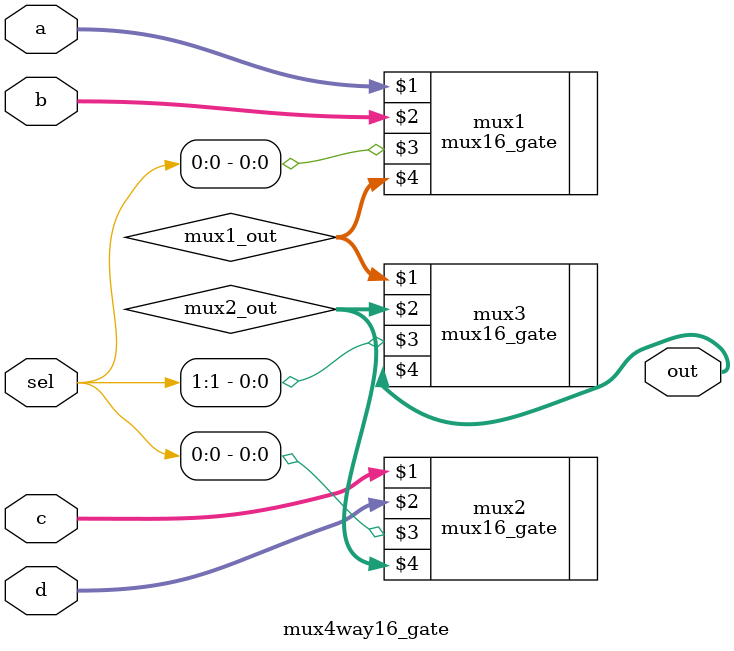
<source format=v>
module mux4way16_gate(a, b, c, d, sel, out);
    input [15:0] a, b, c, d;
    input [1:0] sel;
    output [15:0] out;
    
    wire [15:0] mux1_out, mux2_out;
    
    mux16_gate mux1(a, b, sel[0], mux1_out);
    mux16_gate mux2(c, d, sel[0], mux2_out);
    mux16_gate mux3(mux1_out, mux2_out, sel[1], out);
endmodule

</source>
